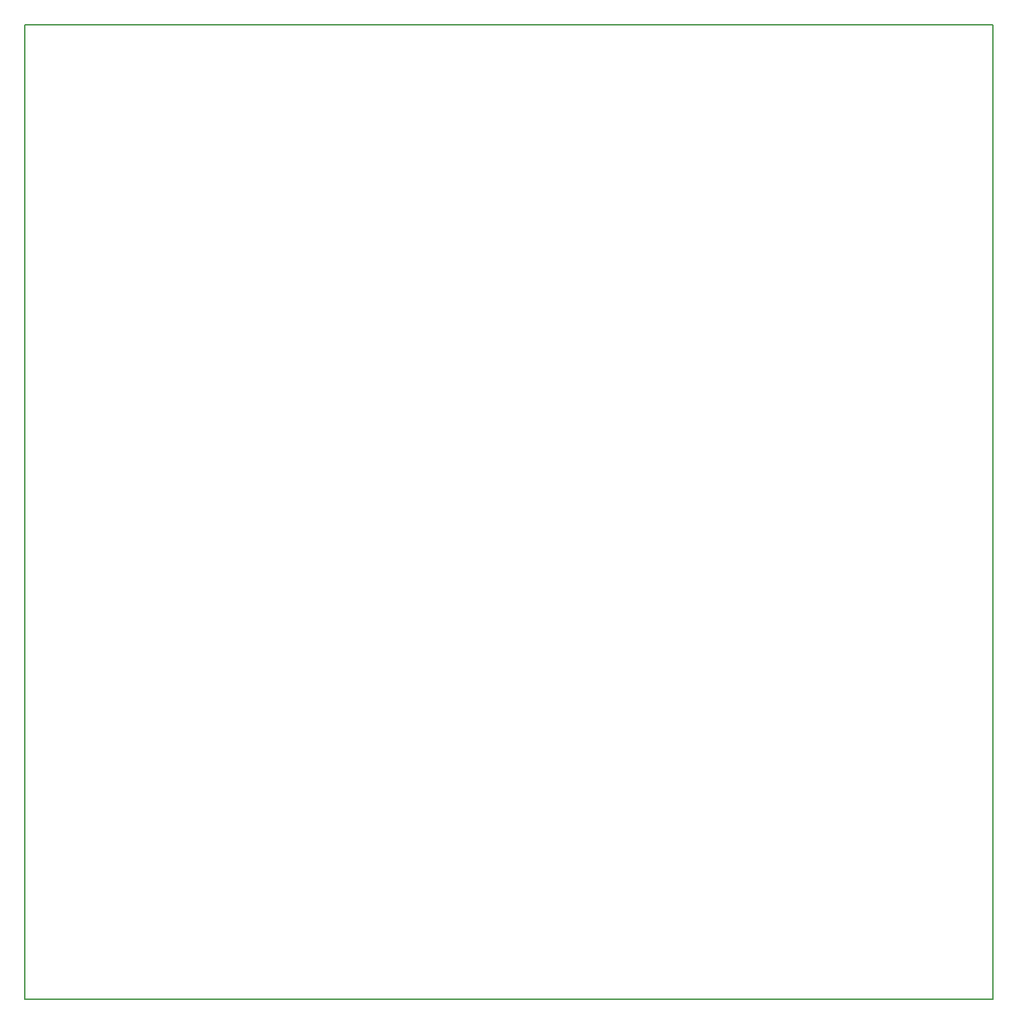
<source format=gbr>
G04 DesignSpark PCB Gerber Version 9.0 Build 5138 *
G04 #@! TF.Part,Single*
%FSLAX35Y35*%
%MOIN*%
%ADD12C,0.00500*%
X0Y0D02*
D02*
D12*
X250Y250D02*
X469148D01*
Y471904*
X250*
Y250*
X0Y0D02*
M02*

</source>
